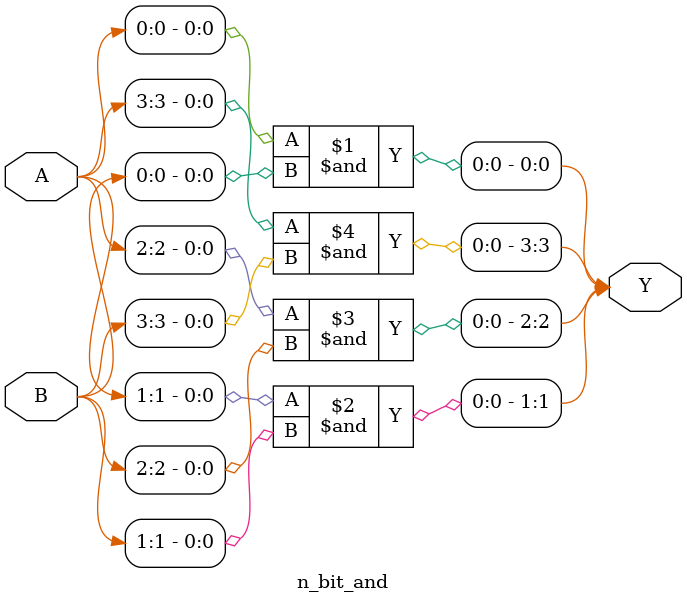
<source format=sv>
module n_bit_and #(parameter N = 4) (
	input logic [N-1:0] A,
	input logic [N-1:0] B,
	output logic [N-1:0] Y
);

	generate
		genvar i;
		for (i = 0; i < N; i++) begin : and_i
			assign Y[i] = A[i] & B[i];
		end
	endgenerate
	
endmodule

</source>
